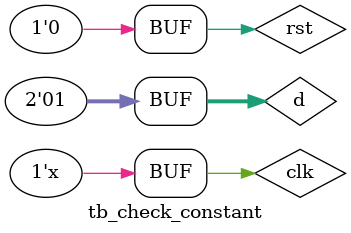
<source format=v>
`timescale 1ns / 1ps

module tb_check_constant(

    );
    
reg clk;
reg rst;
reg [1:0] d;  

wire [1:0] ALWAYS_1_O;
wire [1:0] ALWAYS_0_O;


always #5 clk = ~clk;

 initial begin
 d = 0;
 clk = 0;
 rst = 1;
 #500;
 rst = 0;
 #500;
 
 d = 1;
 #380;
 d = 0;
 #200;
 d = 3;
 #500;
d = 2;
  #500;
  d = 3;
  #500;
 d = 0;
  #500; 
  
  d = 1;
  #500;
  
 
 end
  
check_constant 
#(.THRESHOLD (32) ,
  .WIDTH     (2) ,
  .CHECK_STABLE_HIGH_EN (1),
  .CHECK_STABLE_LOW_EN  (1)
  )

    check_constant_u(
   .CLK_I         (clk),
   .RST_I         (rst),
   .D_I           (d),
   .IS_ALWAYS_1_O (ALWAYS_1_O),
   .IS_ALWAYS_0_O (ALWAYS_0_O)
    );

    



    
endmodule

</source>
